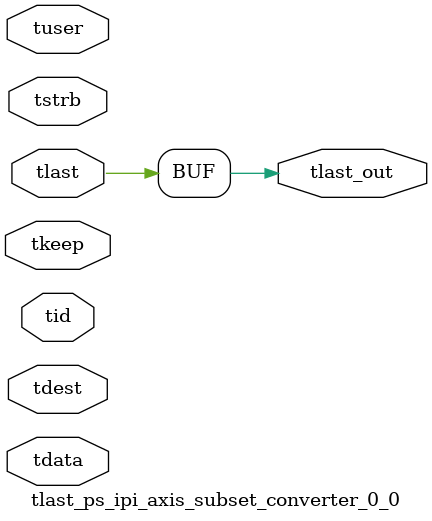
<source format=v>


`timescale 1ps/1ps

module tlast_ps_ipi_axis_subset_converter_0_0 #
(
parameter C_S_AXIS_TID_WIDTH   = 1,
parameter C_S_AXIS_TUSER_WIDTH = 0,
parameter C_S_AXIS_TDATA_WIDTH = 0,
parameter C_S_AXIS_TDEST_WIDTH = 0
)
(
input  [(C_S_AXIS_TID_WIDTH   == 0 ? 1 : C_S_AXIS_TID_WIDTH)-1:0       ] tid,
input  [(C_S_AXIS_TDATA_WIDTH == 0 ? 1 : C_S_AXIS_TDATA_WIDTH)-1:0     ] tdata,
input  [(C_S_AXIS_TUSER_WIDTH == 0 ? 1 : C_S_AXIS_TUSER_WIDTH)-1:0     ] tuser,
input  [(C_S_AXIS_TDEST_WIDTH == 0 ? 1 : C_S_AXIS_TDEST_WIDTH)-1:0     ] tdest,
input  [(C_S_AXIS_TDATA_WIDTH/8)-1:0 ] tkeep,
input  [(C_S_AXIS_TDATA_WIDTH/8)-1:0 ] tstrb,
input  [0:0]                                                             tlast,
output                                                                   tlast_out
);

assign tlast_out = {tlast[0]};

endmodule


</source>
